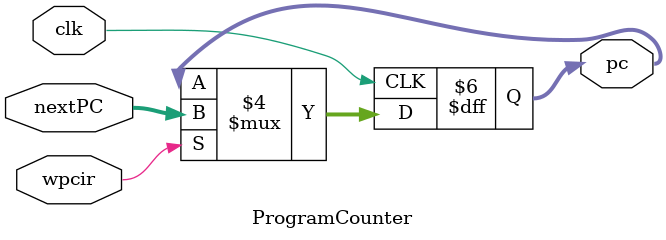
<source format=v>

module ProgramCounter(
    input [31:0] nextPC,
    input clk,
    input wpcir, // from control unit (acts as write enable)
    
    output reg [31:0] pc
    );
    
    initial
    begin
        pc <= 32'd100;
    end
    
    always @(posedge clk)
    begin
        if (wpcir != 1'b0)
        begin
            pc <= nextPC;
        end
    end
        
endmodule
   
</source>
